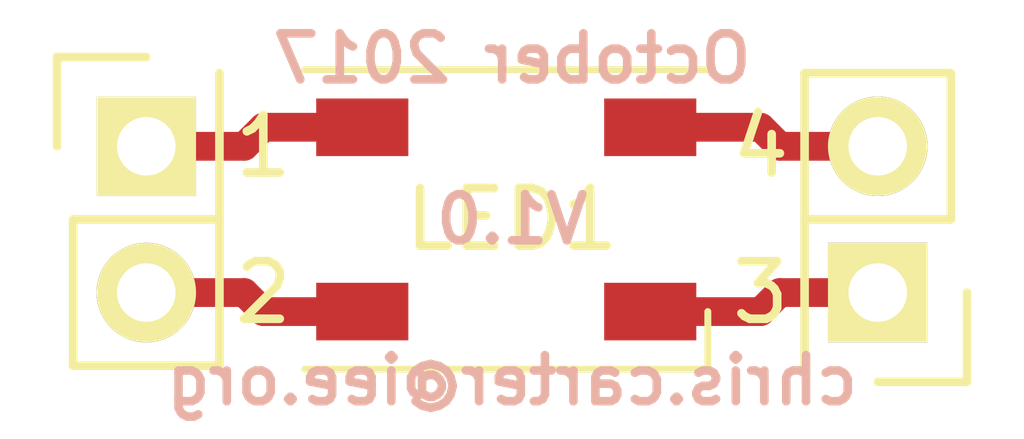
<source format=kicad_pcb>
(kicad_pcb (version 4) (host pcbnew 4.0.7)

  (general
    (links 4)
    (no_connects 4)
    (area 137.159949 101.599949 154.940051 109.220051)
    (thickness 1.6)
    (drawings 15)
    (tracks 12)
    (zones 0)
    (modules 3)
    (nets 5)
  )

  (page A4)
  (layers
    (0 F.Cu signal)
    (31 B.Cu signal hide)
    (32 B.Adhes user hide)
    (33 F.Adhes user hide)
    (34 B.Paste user hide)
    (35 F.Paste user hide)
    (36 B.SilkS user)
    (37 F.SilkS user)
    (38 B.Mask user)
    (39 F.Mask user)
    (40 Dwgs.User user)
    (41 Cmts.User user)
    (42 Eco1.User user)
    (43 Eco2.User user)
    (44 Edge.Cuts user)
    (45 Margin user)
    (46 B.CrtYd user)
    (47 F.CrtYd user)
    (48 B.Fab user)
    (49 F.Fab user)
  )

  (setup
    (last_trace_width 0.5)
    (trace_clearance 0.2)
    (zone_clearance 0.508)
    (zone_45_only no)
    (trace_min 0.2)
    (segment_width 0.2)
    (edge_width 0.0001)
    (via_size 0.6)
    (via_drill 0.4)
    (via_min_size 0.4)
    (via_min_drill 0.3)
    (uvia_size 0.3)
    (uvia_drill 0.1)
    (uvias_allowed no)
    (uvia_min_size 0.2)
    (uvia_min_drill 0.1)
    (pcb_text_width 0.3)
    (pcb_text_size 1.5 1.5)
    (mod_edge_width 0.15)
    (mod_text_size 1 1)
    (mod_text_width 0.15)
    (pad_size 1.524 1.524)
    (pad_drill 0.762)
    (pad_to_mask_clearance 0.2)
    (aux_axis_origin 0 0)
    (visible_elements 7FFFEF7F)
    (pcbplotparams
      (layerselection 0x00030_80000001)
      (usegerberextensions false)
      (excludeedgelayer true)
      (linewidth 0.100000)
      (plotframeref false)
      (viasonmask false)
      (mode 1)
      (useauxorigin false)
      (hpglpennumber 1)
      (hpglpenspeed 20)
      (hpglpendiameter 15)
      (hpglpenoverlay 2)
      (psnegative false)
      (psa4output false)
      (plotreference true)
      (plotvalue true)
      (plotinvisibletext false)
      (padsonsilk false)
      (subtractmaskfromsilk false)
      (outputformat 1)
      (mirror false)
      (drillshape 1)
      (scaleselection 1)
      (outputdirectory ""))
  )

  (net 0 "")
  (net 1 "Net-(H1-Pad1)")
  (net 2 "Net-(H1-Pad2)")
  (net 3 "Net-(H2-Pad1)")
  (net 4 "Net-(H2-Pad2)")

  (net_class Default "This is the default net class."
    (clearance 0.2)
    (trace_width 0.5)
    (via_dia 0.6)
    (via_drill 0.4)
    (uvia_dia 0.3)
    (uvia_drill 0.1)
    (add_net "Net-(H1-Pad1)")
    (add_net "Net-(H1-Pad2)")
    (add_net "Net-(H2-Pad1)")
    (add_net "Net-(H2-Pad2)")
  )

  (net_class "0.5 mm" ""
    (clearance 0.2)
    (trace_width 0.5)
    (via_dia 0.6)
    (via_drill 0.4)
    (uvia_dia 0.3)
    (uvia_drill 0.1)
  )

  (module Socket_Strips:Socket_Strip_Straight_2x01 (layer F.Cu) (tedit 59E167D2) (tstamp 59E6800A)
    (at 139.7 104.14)
    (descr "Through hole socket strip")
    (tags "socket strip")
    (path /59E1655B)
    (fp_text reference H1 (at 0 -5.1) (layer F.SilkS) hide
      (effects (font (size 1 1) (thickness 0.15)))
    )
    (fp_text value Conn_01x02 (at 0 -3.1) (layer F.Fab) hide
      (effects (font (size 1 1) (thickness 0.15)))
    )
    (fp_line (start 0 -1.55) (end -1.55 -1.55) (layer F.SilkS) (width 0.15))
    (fp_line (start -1.75 -1.75) (end -1.75 4.3) (layer F.CrtYd) (width 0.05))
    (fp_line (start 1.75 -1.75) (end 1.75 4.3) (layer F.CrtYd) (width 0.05))
    (fp_line (start -1.75 -1.75) (end 1.75 -1.75) (layer F.CrtYd) (width 0.05))
    (fp_line (start -1.75 4.3) (end 1.75 4.3) (layer F.CrtYd) (width 0.05))
    (fp_line (start 1.27 1.27) (end 1.27 -1.27) (layer F.SilkS) (width 0.15))
    (fp_line (start -1.55 -1.55) (end -1.55 0) (layer F.SilkS) (width 0.15))
    (fp_line (start 1.27 3.81) (end 1.27 1.27) (layer F.SilkS) (width 0.15))
    (fp_line (start 1.27 1.27) (end -1.27 1.27) (layer F.SilkS) (width 0.15))
    (fp_line (start -1.27 1.27) (end -1.27 3.81) (layer F.SilkS) (width 0.15))
    (fp_line (start -1.27 3.81) (end 1.27 3.81) (layer F.SilkS) (width 0.15))
    (pad 1 thru_hole rect (at 0 0) (size 1.7272 1.7272) (drill 1.016) (layers *.Cu *.Mask F.SilkS)
      (net 1 "Net-(H1-Pad1)"))
    (pad 2 thru_hole oval (at 0 2.54) (size 1.7272 1.7272) (drill 1.016) (layers *.Cu *.Mask F.SilkS)
      (net 2 "Net-(H1-Pad2)"))
    (model Socket_Strips.3dshapes/Socket_Strip_Straight_2x01.wrl
      (at (xyz 0 -0.05 0))
      (scale (xyz 1 1 1))
      (rotate (xyz 0 0 180))
    )
  )

  (module Socket_Strips:Socket_Strip_Straight_2x01 (layer F.Cu) (tedit 59E167D6) (tstamp 59E6801B)
    (at 152.4 106.68 180)
    (descr "Through hole socket strip")
    (tags "socket strip")
    (path /59E166D4)
    (fp_text reference H2 (at 0 -5.1 180) (layer F.SilkS) hide
      (effects (font (size 1 1) (thickness 0.15)))
    )
    (fp_text value Conn_01x02 (at 0 -3.1 180) (layer F.Fab) hide
      (effects (font (size 1 1) (thickness 0.15)))
    )
    (fp_line (start 0 -1.55) (end -1.55 -1.55) (layer F.SilkS) (width 0.15))
    (fp_line (start -1.75 -1.75) (end -1.75 4.3) (layer F.CrtYd) (width 0.05))
    (fp_line (start 1.75 -1.75) (end 1.75 4.3) (layer F.CrtYd) (width 0.05))
    (fp_line (start -1.75 -1.75) (end 1.75 -1.75) (layer F.CrtYd) (width 0.05))
    (fp_line (start -1.75 4.3) (end 1.75 4.3) (layer F.CrtYd) (width 0.05))
    (fp_line (start 1.27 1.27) (end 1.27 -1.27) (layer F.SilkS) (width 0.15))
    (fp_line (start -1.55 -1.55) (end -1.55 0) (layer F.SilkS) (width 0.15))
    (fp_line (start 1.27 3.81) (end 1.27 1.27) (layer F.SilkS) (width 0.15))
    (fp_line (start 1.27 1.27) (end -1.27 1.27) (layer F.SilkS) (width 0.15))
    (fp_line (start -1.27 1.27) (end -1.27 3.81) (layer F.SilkS) (width 0.15))
    (fp_line (start -1.27 3.81) (end 1.27 3.81) (layer F.SilkS) (width 0.15))
    (pad 1 thru_hole rect (at 0 0 180) (size 1.7272 1.7272) (drill 1.016) (layers *.Cu *.Mask F.SilkS)
      (net 3 "Net-(H2-Pad1)"))
    (pad 2 thru_hole oval (at 0 2.54 180) (size 1.7272 1.7272) (drill 1.016) (layers *.Cu *.Mask F.SilkS)
      (net 4 "Net-(H2-Pad2)"))
    (model Socket_Strips.3dshapes/Socket_Strip_Straight_2x01.wrl
      (at (xyz 0 -0.05 0))
      (scale (xyz 1 1 1))
      (rotate (xyz 0 0 180))
    )
  )

  (module LEDs:LED_WS2812B-PLCC4 (layer F.Cu) (tedit 59E16710) (tstamp 59E68030)
    (at 145.95 105.41)
    (descr http://www.world-semi.com/uploads/soft/150522/1-150522091P5.pdf)
    (tags "LED NeoPixel")
    (path /59E16442)
    (attr smd)
    (fp_text reference LED1 (at 0.1 0) (layer F.SilkS)
      (effects (font (size 1 1) (thickness 0.15)))
    )
    (fp_text value Conn_02x02_Counter_Clockwise (at 0 4) (layer F.Fab) hide
      (effects (font (size 1 1) (thickness 0.15)))
    )
    (fp_line (start 3.75 -2.85) (end -3.75 -2.85) (layer F.CrtYd) (width 0.05))
    (fp_line (start 3.75 2.85) (end 3.75 -2.85) (layer F.CrtYd) (width 0.05))
    (fp_line (start -3.75 2.85) (end 3.75 2.85) (layer F.CrtYd) (width 0.05))
    (fp_line (start -3.75 -2.85) (end -3.75 2.85) (layer F.CrtYd) (width 0.05))
    (fp_line (start 2.5 1.5) (end 1.5 2.5) (layer F.Fab) (width 0.1))
    (fp_line (start -2.5 -2.5) (end -2.5 2.5) (layer F.Fab) (width 0.1))
    (fp_line (start -2.5 2.5) (end 2.5 2.5) (layer F.Fab) (width 0.1))
    (fp_line (start 2.5 2.5) (end 2.5 -2.5) (layer F.Fab) (width 0.1))
    (fp_line (start 2.5 -2.5) (end -2.5 -2.5) (layer F.Fab) (width 0.1))
    (fp_line (start -3.5 -2.6) (end 3.5 -2.6) (layer F.SilkS) (width 0.12))
    (fp_line (start -3.5 2.6) (end 3.5 2.6) (layer F.SilkS) (width 0.12))
    (fp_line (start 3.5 2.6) (end 3.5 1.6) (layer F.SilkS) (width 0.12))
    (fp_circle (center 0 0) (end 0 -2) (layer F.Fab) (width 0.1))
    (pad 3 smd rect (at 2.5 1.6) (size 1.6 1) (layers F.Cu F.Paste F.Mask)
      (net 3 "Net-(H2-Pad1)"))
    (pad 4 smd rect (at 2.5 -1.6) (size 1.6 1) (layers F.Cu F.Paste F.Mask)
      (net 4 "Net-(H2-Pad2)"))
    (pad 2 smd rect (at -2.5 1.6) (size 1.6 1) (layers F.Cu F.Paste F.Mask)
      (net 2 "Net-(H1-Pad2)"))
    (pad 1 smd rect (at -2.5 -1.6) (size 1.6 1) (layers F.Cu F.Paste F.Mask)
      (net 1 "Net-(H1-Pad1)"))
    (model ${KISYS3DMOD}/LEDs.3dshapes/LED_WS2812B-PLCC4.wrl
      (at (xyz 0 0 0))
      (scale (xyz 0.39 0.39 0.39))
      (rotate (xyz 0 0 180))
    )
  )

  (gr_arc (start 138.43 107.95) (end 138.43 109.22) (angle 90) (layer Edge.Cuts) (width 0.0001))
  (gr_arc (start 153.67 107.95) (end 154.94 107.95) (angle 90) (layer Edge.Cuts) (width 0.0001))
  (gr_arc (start 153.67 102.87) (end 153.67 101.6) (angle 90) (layer Edge.Cuts) (width 0.0001))
  (gr_arc (start 138.43 102.87) (end 137.16 102.87) (angle 90) (layer Edge.Cuts) (width 0.0001))
  (gr_text V1.0 (at 146.05 105.41 360) (layer B.SilkS) (tstamp 59ADF171)
    (effects (font (size 0.8 0.8) (thickness 0.15)) (justify mirror))
  )
  (gr_text "October 2017" (at 146.05 102.616 360) (layer B.SilkS) (tstamp 59ADEFD7)
    (effects (font (size 0.8 0.8) (thickness 0.15)) (justify mirror))
  )
  (gr_text chris.carter@iee.org (at 146.05 108.204 360) (layer B.SilkS)
    (effects (font (size 0.8 0.8) (thickness 0.15)) (justify mirror))
  )
  (gr_line (start 137.16 107.95) (end 137.16 102.87) (layer Edge.Cuts) (width 0.0001))
  (gr_line (start 153.67 109.22) (end 138.43 109.22) (layer Edge.Cuts) (width 0.0001))
  (gr_line (start 154.94 102.87) (end 154.94 107.95) (layer Edge.Cuts) (width 0.0001))
  (gr_line (start 138.43 101.6) (end 153.67 101.6) (layer Edge.Cuts) (width 0.0001))
  (gr_text 2 (at 141.732 106.68 360) (layer F.SilkS) (tstamp 59ADEEB1)
    (effects (font (size 1 1) (thickness 0.15)))
  )
  (gr_text 3 (at 150.368 106.68) (layer F.SilkS) (tstamp 59ADEEAE)
    (effects (font (size 1 1) (thickness 0.15)))
  )
  (gr_text 4 (at 150.368 104.14 360) (layer F.SilkS) (tstamp 59ADEEAB)
    (effects (font (size 1 1) (thickness 0.15)))
  )
  (gr_text 1 (at 141.732 104.14 360) (layer F.SilkS)
    (effects (font (size 1 1) (thickness 0.15)))
  )

  (segment (start 139.7 104.14) (end 141.402 104.14) (width 0.5) (layer F.Cu) (net 1))
  (segment (start 141.402 104.14) (end 141.732 103.81) (width 0.5) (layer F.Cu) (net 1))
  (segment (start 141.732 103.81) (end 143.45 103.81) (width 0.5) (layer F.Cu) (net 1))
  (segment (start 143.45 107.01) (end 141.732 107.01) (width 0.5) (layer F.Cu) (net 2))
  (segment (start 141.732 107.01) (end 141.402 106.68) (width 0.5) (layer F.Cu) (net 2))
  (segment (start 141.402 106.68) (end 139.7 106.68) (width 0.5) (layer F.Cu) (net 2))
  (segment (start 152.4 106.68) (end 150.698 106.68) (width 0.5) (layer F.Cu) (net 3))
  (segment (start 150.698 106.68) (end 150.368 107.01) (width 0.5) (layer F.Cu) (net 3))
  (segment (start 150.368 107.01) (end 148.45 107.01) (width 0.5) (layer F.Cu) (net 3))
  (segment (start 148.45 103.81) (end 150.368 103.81) (width 0.5) (layer F.Cu) (net 4))
  (segment (start 152.4 104.14) (end 150.698 104.14) (width 0.5) (layer F.Cu) (net 4))
  (segment (start 150.698 104.14) (end 150.368 103.81) (width 0.5) (layer F.Cu) (net 4))

)

</source>
